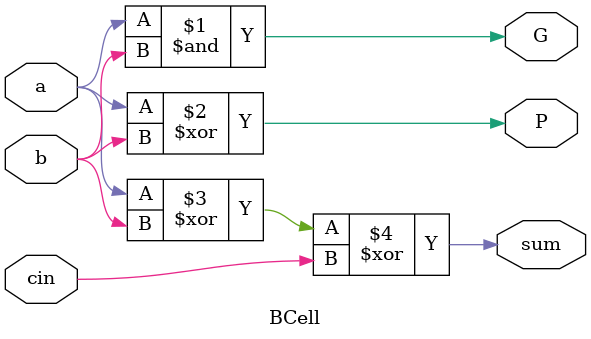
<source format=v>
module Adder_32 (input [31:0] a, b, input cin, output [31:0] sum, output cout);
	
	wire [1:0] carry;
	assign carry[0] = cin;
	
	Adder_16 Adder_1 (a[15:0], b[15:0], carry[0], sum[15:0], carry[1]);
	Adder_16 Adder_2 (a[31:16], b[31:16], carry[1], sum[31:16], cout);

endmodule

module Adder_16 (input [15:0] a, b, input cin, output [15:0] sum, output cout);

	wire [3:0] carry;
	assign carry[0] = cin;
	
	CLA_4bits Adder_1 (a[3:0], b[3:0], carry[0], sum[3:0], carry[1]);
	CLA_4bits Adder_2 (a[7:4], b[7:4], carry[1], sum[7:4], carry[2]);
	CLA_4bits Adder_3 (a[11:8], b[11:8], carry[2], sum[11:8], carry[3]);
	CLA_4bits Adder_4 (a[15:12], b[15:12], carry[3], sum[15:12], cout);

endmodule

module CLA_4bits (input [3:0] a, b, input cin, output [3:0] sum, output cout);
	
	wire [3:0] carry;
	wire [3:0] P, G;
	
	BCell b0(a[0], b[0], carry[0], sum[0], G[0], P[0]);
	BCell b1(a[1], b[1], carry[1], sum[1], G[1], P[1]);
	BCell b2(a[2], b[2], carry[2], sum[2], G[2], P[2]);
	BCell b3(a[3], b[3], carry[3], sum[3], G[3], P[3]);
	
	assign carry[0] = cin;
	assign carry[1] = G[0] | (P[0] & carry[0]);
	assign carry[2] = G[1] | (P[1] & carry[1]);
	assign carry[3] = G[2] | (P[2] & carry[2]);
	assign cout = G[3] | (P[3] & carry[3]);

endmodule
	

module BCell (input a, b, cin, output sum, G, P);
	assign G = a&b;
	assign P = a ^ b;
	assign sum = a ^ b ^ cin;
endmodule

</source>
